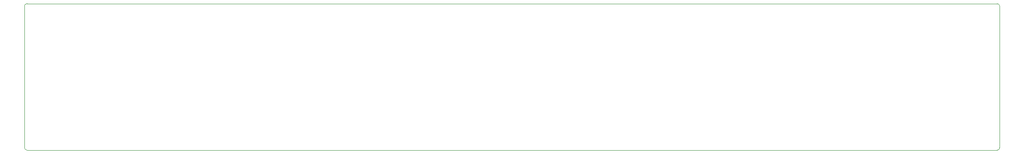
<source format=gbr>
%TF.GenerationSoftware,KiCad,Pcbnew,8.0.3*%
%TF.CreationDate,2024-06-27T20:35:16-04:00*%
%TF.ProjectId,backplane,6261636b-706c-4616-9e65-2e6b69636164,v0.0.0*%
%TF.SameCoordinates,Original*%
%TF.FileFunction,Profile,NP*%
%FSLAX46Y46*%
G04 Gerber Fmt 4.6, Leading zero omitted, Abs format (unit mm)*
G04 Created by KiCad (PCBNEW 8.0.3) date 2024-06-27 20:35:16*
%MOMM*%
%LPD*%
G01*
G04 APERTURE LIST*
%TA.AperFunction,Profile*%
%ADD10C,0.050000*%
%TD*%
G04 APERTURE END LIST*
D10*
X0Y-500000D02*
X0Y-29000000D01*
X195500000Y0D02*
G75*
G02*
X196000000Y-500000I0J-500000D01*
G01*
X195500000Y-29500000D02*
X500000Y-29500000D01*
X500000Y0D02*
X195500000Y0D01*
X196000000Y-29000000D02*
G75*
G02*
X195500000Y-29500000I-500000J0D01*
G01*
X500000Y-29500000D02*
G75*
G02*
X0Y-29000000I0J500000D01*
G01*
X196000000Y-500000D02*
X196000000Y-29000000D01*
X0Y-500000D02*
G75*
G02*
X500000Y0I500000J0D01*
G01*
M02*

</source>
